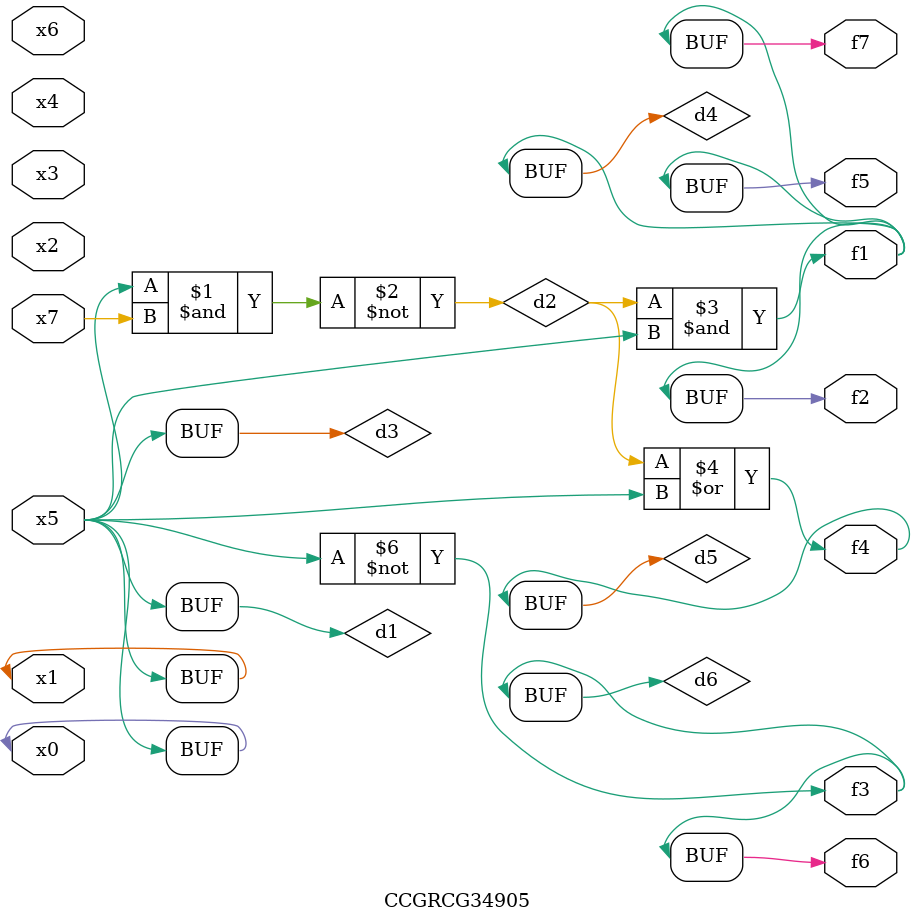
<source format=v>
module CCGRCG34905(
	input x0, x1, x2, x3, x4, x5, x6, x7,
	output f1, f2, f3, f4, f5, f6, f7
);

	wire d1, d2, d3, d4, d5, d6;

	buf (d1, x0, x5);
	nand (d2, x5, x7);
	buf (d3, x0, x1);
	and (d4, d2, d3);
	or (d5, d2, d3);
	nor (d6, d1, d3);
	assign f1 = d4;
	assign f2 = d4;
	assign f3 = d6;
	assign f4 = d5;
	assign f5 = d4;
	assign f6 = d6;
	assign f7 = d4;
endmodule

</source>
